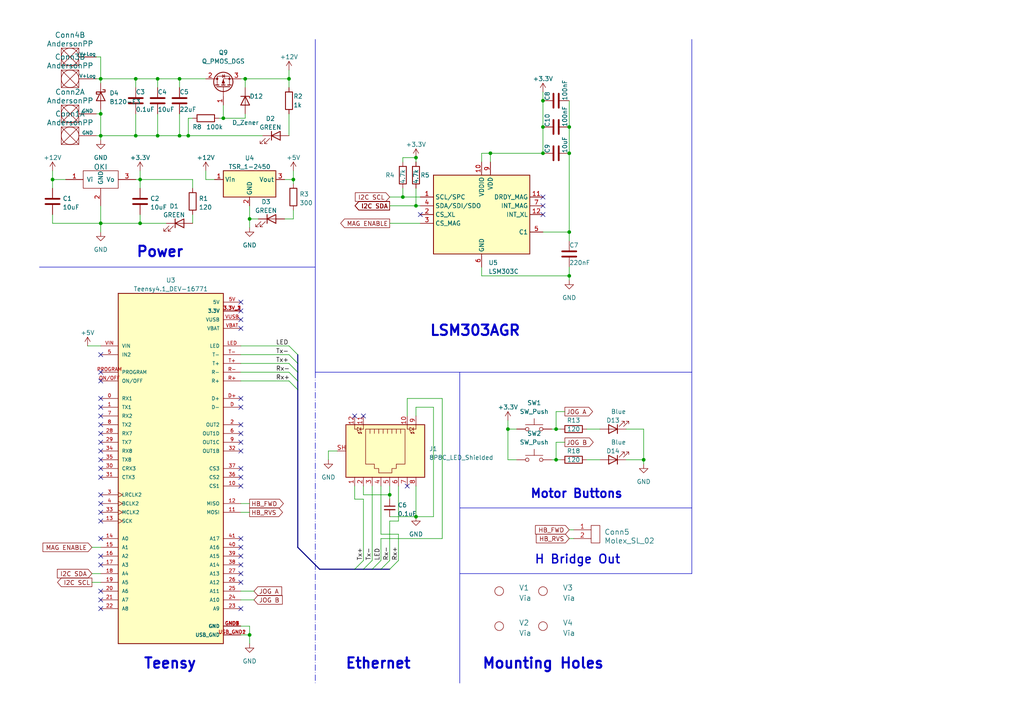
<source format=kicad_sch>
(kicad_sch (version 20230121) (generator eeschema)
  (paper "A4")
  (lib_symbols
    (symbol "Connector:8P8C_LED_Shielded" (pin_names (offset 1.016))
      (property "Reference" "J" (at -5.08 13.97 0))
      (property "Value" "8P8C_LED_Shielded" (at 1.27 13.97 0))
      (symbol "8P8C_LED_Shielded_0_1"
        (polyline (pts (xy -7.62 -7.62) (xy -6.35 -7.62)))
        (polyline (pts (xy -7.62 -5.08) (xy -6.35 -5.08)))
        (polyline (pts (xy -7.62 7.62) (xy -6.35 7.62)))
        (polyline (pts (xy -7.62 10.16) (xy -6.35 10.16)))
        (polyline (pts (xy -6.858 -5.842) (xy -5.842 -5.842)))
        (polyline (pts (xy -6.858 9.398) (xy -5.842 9.398)))
        (polyline (pts (xy -6.35 -7.62) (xy -6.35 -6.858)))
        (polyline (pts (xy -6.35 -5.08) (xy -6.35 -5.842)))
        (polyline (pts (xy -6.35 7.62) (xy -6.35 8.382)))
        (polyline (pts (xy -6.35 10.16) (xy -6.35 9.398)))
        (polyline (pts (xy -5.08 -6.223) (xy -5.207 -6.604)))
        (polyline (pts (xy -5.08 -5.588) (xy -5.207 -5.969)))
        (polyline (pts (xy -5.08 4.445) (xy -6.35 4.445)))
        (polyline (pts (xy -5.08 5.715) (xy -6.35 5.715)))
        (polyline (pts (xy -5.08 9.017) (xy -5.207 8.636)))
        (polyline (pts (xy -5.08 9.652) (xy -5.207 9.271)))
        (polyline (pts (xy -6.35 -3.175) (xy -5.08 -3.175) (xy -5.08 -3.175)))
        (polyline (pts (xy -6.35 -1.905) (xy -5.08 -1.905) (xy -5.08 -1.905)))
        (polyline (pts (xy -6.35 -0.635) (xy -5.08 -0.635) (xy -5.08 -0.635)))
        (polyline (pts (xy -6.35 0.635) (xy -5.08 0.635) (xy -5.08 0.635)))
        (polyline (pts (xy -6.35 1.905) (xy -5.08 1.905) (xy -5.08 1.905)))
        (polyline (pts (xy -5.588 -6.731) (xy -5.08 -6.223) (xy -5.461 -6.35)))
        (polyline (pts (xy -5.588 -6.096) (xy -5.08 -5.588) (xy -5.461 -5.715)))
        (polyline (pts (xy -5.588 8.509) (xy -5.08 9.017) (xy -5.461 8.89)))
        (polyline (pts (xy -5.588 9.144) (xy -5.08 9.652) (xy -5.461 9.525)))
        (polyline (pts (xy -5.08 3.175) (xy -6.35 3.175) (xy -6.35 3.175)))
        (polyline (pts (xy -6.35 -5.842) (xy -6.858 -6.858) (xy -5.842 -6.858) (xy -6.35 -5.842)))
        (polyline (pts (xy -6.35 9.398) (xy -6.858 8.382) (xy -5.842 8.382) (xy -6.35 9.398)))
        (polyline (pts (xy -6.35 -4.445) (xy -6.35 6.985) (xy 3.81 6.985) (xy 3.81 4.445) (xy 5.08 4.445) (xy 5.08 3.175) (xy 6.35 3.175) (xy 6.35 -0.635) (xy 5.08 -0.635) (xy 5.08 -1.905) (xy 3.81 -1.905) (xy 3.81 -4.445) (xy -6.35 -4.445) (xy -6.35 -4.445)))
        (rectangle (start 7.62 12.7) (end -7.62 -10.16) (stroke (width 0.254)) (fill (type background)))
      )
      (symbol "8P8C_LED_Shielded_1_1"
        (pin passive line (at 10.16 -7.62 180) (length 2.54) (name "~") (number "1"))
        (pin passive line (at -10.16 7.62 0) (length 2.54) (name "~") (number "10"))
        (pin passive line (at -10.16 -5.08 0) (length 2.54) (name "~") (number "11"))
        (pin passive line (at -10.16 -7.62 0) (length 2.54) (name "~") (number "12"))
        (pin passive line (at 10.16 -5.08 180) (length 2.54) (name "~") (number "2"))
        (pin passive line (at 10.16 -2.54 180) (length 2.54) (name "~") (number "3"))
        (pin passive line (at 10.16 0 180) (length 2.54) (name "~") (number "4"))
        (pin passive line (at 10.16 2.54 180) (length 2.54) (name "~") (number "5"))
        (pin passive line (at 10.16 5.08 180) (length 2.54) (name "~") (number "6"))
        (pin passive line (at 10.16 7.62 180) (length 2.54) (name "~") (number "7"))
        (pin passive line (at 10.16 10.16 180) (length 2.54) (name "~") (number "8"))
        (pin passive line (at -10.16 10.16 0) (length 2.54) (name "~") (number "9"))
        (pin passive line (at 0 -12.7 90) (length 2.54) (name "~") (number "SH"))
      )
    )
    (symbol "Device:C" (pin_numbers hide) (pin_names (offset 0.254))
      (property "Reference" "C" (at 0.635 2.54 0))
      (property "Value" "C" (at 0.635 -2.54 0))
      (symbol "C_0_1"
        (polyline (pts (xy -2.032 -0.762) (xy 2.032 -0.762)) (stroke (width 0.508)))
        (polyline (pts (xy -2.032 0.762) (xy 2.032 0.762)) (stroke (width 0.508)))
      )
      (symbol "C_1_1"
        (pin passive line (at 0 3.81 270) (length 2.794) (name "~") (number "1"))
        (pin passive line (at 0 -3.81 90) (length 2.794) (name "~") (number "2"))
      )
    )
    (symbol "Device:C_Small" (pin_numbers hide) (pin_names (offset 0.254) hide)
      (property "Reference" "C" (at 0.254 1.778 0))
      (property "Value" "C_Small" (at 0.254 -2.032 0))
      (symbol "C_Small_0_1"
        (polyline (pts (xy -1.524 -0.508) (xy 1.524 -0.508)) (stroke (width 0.3302)))
        (polyline (pts (xy -1.524 0.508) (xy 1.524 0.508)) (stroke (width 0.3048)))
      )
      (symbol "C_Small_1_1"
        (pin passive line (at 0 2.54 270) (length 2.032) (name "~") (number "1"))
        (pin passive line (at 0 -2.54 90) (length 2.032) (name "~") (number "2"))
      )
    )
    (symbol "Device:D_Zener" (pin_numbers hide) (pin_names (offset 1.016) hide)
      (property "Reference" "D" (at 0 2.54 0))
      (property "Value" "D_Zener" (at 0 -2.54 0))
      (symbol "D_Zener_0_1"
        (polyline (pts (xy 1.27 0) (xy -1.27 0)))
        (polyline (pts (xy -1.27 -1.27) (xy -1.27 1.27) (xy -0.762 1.27)) (stroke (width 0.254)))
        (polyline (pts (xy 1.27 -1.27) (xy 1.27 1.27) (xy -1.27 0) (xy 1.27 -1.27)) (stroke (width 0.254)))
      )
      (symbol "D_Zener_1_1"
        (pin passive line (at -3.81 0 0) (length 2.54) (name "K") (number "1"))
        (pin passive line (at 3.81 0 180) (length 2.54) (name "A") (number "2"))
      )
    )
    (symbol "Device:LED" (pin_numbers hide) (pin_names (offset 1.016) hide)
      (property "Reference" "D" (at 0 2.54 0))
      (property "Value" "LED" (at 0 -2.54 0))
      (symbol "LED_0_1"
        (polyline (pts (xy -1.27 -1.27) (xy -1.27 1.27)) (stroke (width 0.254)))
        (polyline (pts (xy -1.27 0) (xy 1.27 0)))
        (polyline (pts (xy 1.27 -1.27) (xy 1.27 1.27) (xy -1.27 0) (xy 1.27 -1.27)) (stroke (width 0.254)))
        (polyline (pts (xy -3.048 -0.762) (xy -4.572 -2.286) (xy -3.81 -2.286) (xy -4.572 -2.286) (xy -4.572 -1.524)))
        (polyline (pts (xy -1.778 -0.762) (xy -3.302 -2.286) (xy -2.54 -2.286) (xy -3.302 -2.286) (xy -3.302 -1.524)))
      )
      (symbol "LED_1_1"
        (pin passive line (at -3.81 0 0) (length 2.54) (name "K") (number "1"))
        (pin passive line (at 3.81 0 180) (length 2.54) (name "A") (number "2"))
      )
    )
    (symbol "Device:Q_PMOS_GDS" (pin_names (offset 0) hide)
      (property "Reference" "Q" (at 5.08 1.27 0))
      (property "Value" "Q_PMOS_GDS" (at 5.08 -1.27 0))
      (symbol "Q_PMOS_GDS_0_1"
        (polyline (pts (xy 0.254 0) (xy -2.54 0)))
        (polyline (pts (xy 0.254 1.905) (xy 0.254 -1.905)) (stroke (width 0.254)))
        (polyline (pts (xy 0.762 -1.27) (xy 0.762 -2.286)) (stroke (width 0.254)))
        (polyline (pts (xy 0.762 0.508) (xy 0.762 -0.508)) (stroke (width 0.254)))
        (polyline (pts (xy 0.762 2.286) (xy 0.762 1.27)) (stroke (width 0.254)))
        (polyline (pts (xy 2.54 2.54) (xy 2.54 1.778)))
        (polyline (pts (xy 2.54 -2.54) (xy 2.54 0) (xy 0.762 0)))
        (polyline (pts (xy 0.762 1.778) (xy 3.302 1.778) (xy 3.302 -1.778) (xy 0.762 -1.778)))
        (polyline (pts (xy 2.286 0) (xy 1.27 0.381) (xy 1.27 -0.381) (xy 2.286 0)) (fill (type outline)))
        (polyline (pts (xy 2.794 -0.508) (xy 2.921 -0.381) (xy 3.683 -0.381) (xy 3.81 -0.254)))
        (polyline (pts (xy 3.302 -0.381) (xy 2.921 0.254) (xy 3.683 0.254) (xy 3.302 -0.381)))
        (circle (center 1.651 0) (radius 2.794) (stroke (width 0.254)))
        (circle (center 2.54 -1.778) (radius 0.254) (fill (type outline)))
        (circle (center 2.54 1.778) (radius 0.254) (fill (type outline)))
      )
      (symbol "Q_PMOS_GDS_1_1"
        (pin input line (at -5.08 0 0) (length 2.54) (name "G") (number "1"))
        (pin passive line (at 2.54 5.08 270) (length 2.54) (name "D") (number "2"))
        (pin passive line (at 2.54 -5.08 90) (length 2.54) (name "S") (number "3"))
      )
    )
    (symbol "Device:R" (pin_numbers hide) (pin_names (offset 0))
      (property "Reference" "R" (at 2.032 0 90))
      (property "Value" "R" (at 0 0 90))
      (symbol "R_0_1"
        (rectangle (start -1.016 -2.54) (end 1.016 2.54) (stroke (width 0.254)))
      )
      (symbol "R_1_1"
        (pin passive line (at 0 3.81 270) (length 1.27) (name "~") (number "1"))
        (pin passive line (at 0 -3.81 90) (length 1.27) (name "~") (number "2"))
      )
    )
    (symbol "Diode:B120-E3" (pin_numbers hide) (pin_names hide)
      (property "Reference" "D" (at 0 2.54 0))
      (property "Value" "B120-E3" (at 0 -2.54 0))
      (symbol "B120-E3_0_1"
        (polyline (pts (xy 1.27 0) (xy -1.27 0)))
        (polyline (pts (xy 1.27 1.27) (xy 1.27 -1.27) (xy -1.27 0) (xy 1.27 1.27)) (stroke (width 0.254)))
        (polyline (pts (xy -1.905 0.635) (xy -1.905 1.27) (xy -1.27 1.27) (xy -1.27 -1.27) (xy -0.635 -1.27) (xy -0.635 -0.635)) (stroke (width 0.254)))
      )
      (symbol "B120-E3_1_1"
        (pin passive line (at -3.81 0 0) (length 2.54) (name "K") (number "1"))
        (pin passive line (at 3.81 0 180) (length 2.54) (name "A") (number "2"))
      )
    )
    (symbol "MRDT_Connectors:AndersonPP" (pin_numbers hide) (pin_names (offset 0))
      (property "Reference" "Conn" (at 3.81 -1.27 0))
      (property "Value" "AndersonPP" (at 2.54 6.35 0))
      (symbol "AndersonPP_0_1"
        (polyline (pts (xy 0 5.08) (xy 5.08 0)))
        (polyline (pts (xy 5.08 5.08) (xy 0 0)))
        (rectangle (start 0 0) (end 5.08 5.08))
        (circle (center 2.54 2.54) (radius 2.54))
      )
      (symbol "AndersonPP_1_1"
        (pin input line (at 10.16 2.54 180) (length 5.08) (name "GND") (number "1"))
      )
      (symbol "AndersonPP_2_1"
        (pin input line (at 10.16 2.54 180) (length 5.08) (name "V+Log") (number "2"))
      )
      (symbol "AndersonPP_3_1"
        (pin input line (at 10.16 2.54 180) (length 5.08) (name "V+Act") (number "3"))
      )
      (symbol "AndersonPP_4_1"
        (pin input line (at 10.16 2.54 180) (length 5.08) (name "PV+") (number "4"))
      )
      (symbol "AndersonPP_5_1"
        (pin input line (at 10.16 2.54 180) (length 5.08) (name "~") (number "1"))
      )
    )
    (symbol "MRDT_Connectors:Molex_SL_02" (pin_names (offset 1.016))
      (property "Reference" "Conn" (at 3.81 -1.27 0))
      (property "Value" "Molex_SL_02" (at 1.27 6.35 0))
      (symbol "Molex_SL_02_0_1"
        (rectangle (start 0 5.08) (end 2.54 0))
      )
      (symbol "Molex_SL_02_1_1"
        (pin input line (at -5.08 3.81 0) (length 5.08) (name "~") (number "1"))
        (pin input line (at -5.08 1.27 0) (length 5.08) (name "~") (number "2"))
      )
    )
    (symbol "MRDT_Devices:OKI" (pin_names (offset 1.016))
      (property "Value" "OKI" (at 5.08 6.35 0))
      (symbol "OKI_0_1"
        (rectangle (start 0 0) (end 10.16 5.08))
      )
      (symbol "OKI_1_1"
        (pin input line (at -5.08 2.54 0) (length 5.08) (name "Vi") (number "1"))
        (pin output line (at 5.08 -5.08 90) (length 5.08) (name "GND") (number "2"))
        (pin output line (at 15.24 2.54 180) (length 5.08) (name "Vo") (number "3"))
      )
    )
    (symbol "MRDT_Drill_Holes:Via" (pin_names (offset 1.016))
      (property "Reference" "V" (at 0 -2.54 0))
      (property "Value" "Via" (at 0 2.54 0))
      (symbol "Via_0_1"
        (circle (center 0 0) (radius 1.27))
      )
      (symbol "Via_1_1"
        (pin input line (at 0 0 0) (length 5.08) hide (name "~") (number "1"))
      )
    )
    (symbol "MRDT_Shields:Teensy4.1_DEV-16771" (pin_names (offset 1.016))
      (property "Reference" "U" (at -15.24 52.07 0))
      (property "Value" "Teensy4.1_DEV-16771" (at -15.24 -53.34 0))
      (symbol "Teensy4.1_DEV-16771_0_0"
        (rectangle (start -15.24 -50.8) (end 15.24 50.8) (stroke (width 0.254)) (fill (type background)))
        (pin bidirectional line (at -20.32 20.32 0) (length 5.08) (name "RX1") (number "0"))
        (pin bidirectional line (at -20.32 17.78 0) (length 5.08) (name "TX1") (number "1"))
        (pin bidirectional line (at 20.32 -5.08 180) (length 5.08) (name "CS1") (number "10"))
        (pin bidirectional line (at 20.32 -12.7 180) (length 5.08) (name "MOSI") (number "11"))
        (pin bidirectional line (at 20.32 -10.16 180) (length 5.08) (name "MISO") (number "12"))
        (pin bidirectional clock (at -20.32 -15.24 0) (length 5.08) (name "SCK") (number "13"))
        (pin bidirectional line (at -20.32 -20.32 0) (length 5.08) (name "A0") (number "14"))
        (pin bidirectional line (at -20.32 -22.86 0) (length 5.08) (name "A1") (number "15"))
        (pin bidirectional line (at -20.32 -25.4 0) (length 5.08) (name "A2") (number "16"))
        (pin bidirectional line (at -20.32 -27.94 0) (length 5.08) (name "A3") (number "17"))
        (pin bidirectional line (at -20.32 -30.48 0) (length 5.08) (name "A4") (number "18"))
        (pin bidirectional line (at -20.32 -33.02 0) (length 5.08) (name "A5") (number "19"))
        (pin output line (at 20.32 12.7 180) (length 5.08) (name "OUT2") (number "2"))
        (pin bidirectional line (at -20.32 -35.56 0) (length 5.08) (name "A6") (number "20"))
        (pin bidirectional line (at -20.32 -38.1 0) (length 5.08) (name "A7") (number "21"))
        (pin bidirectional line (at -20.32 -40.64 0) (length 5.08) (name "A8") (number "22"))
        (pin bidirectional line (at 20.32 -40.64 180) (length 5.08) (name "A9") (number "23"))
        (pin bidirectional line (at 20.32 -38.1 180) (length 5.08) (name "A10") (number "24"))
        (pin bidirectional line (at 20.32 -35.56 180) (length 5.08) (name "A11") (number "25"))
        (pin bidirectional line (at 20.32 -33.02 180) (length 5.08) (name "A12") (number "26"))
        (pin bidirectional line (at 20.32 -30.48 180) (length 5.08) (name "A13") (number "27"))
        (pin bidirectional line (at -20.32 10.16 0) (length 5.08) (name "RX7") (number "28"))
        (pin bidirectional line (at -20.32 7.62 0) (length 5.08) (name "TX7") (number "29"))
        (pin bidirectional clock (at -20.32 -7.62 0) (length 5.08) (name "LRCLK2") (number "3"))
        (pin power_in line (at 20.32 45.72 180) (length 5.08) (name "3.3V") (number "3.3V_1"))
        (pin power_in line (at 20.32 45.72 180) (length 5.08) (name "3.3V") (number "3.3V_2"))
        (pin power_in line (at 20.32 45.72 180) (length 5.08) (name "3.3V") (number "3.3V_3"))
        (pin bidirectional line (at -20.32 0 0) (length 5.08) (name "CRX3") (number "30"))
        (pin bidirectional line (at -20.32 -2.54 0) (length 5.08) (name "CTX3") (number "31"))
        (pin output line (at 20.32 5.08 180) (length 5.08) (name "OUT1B") (number "32"))
        (pin bidirectional clock (at -20.32 -12.7 0) (length 5.08) (name "MCLK2") (number "33"))
        (pin bidirectional line (at -20.32 5.08 0) (length 5.08) (name "RX8") (number "34"))
        (pin bidirectional line (at -20.32 2.54 0) (length 5.08) (name "TX8") (number "35"))
        (pin bidirectional line (at 20.32 -2.54 180) (length 5.08) (name "CS2") (number "36"))
        (pin bidirectional line (at 20.32 0 180) (length 5.08) (name "CS3") (number "37"))
        (pin bidirectional line (at 20.32 -27.94 180) (length 5.08) (name "A14") (number "38"))
        (pin bidirectional line (at 20.32 -25.4 180) (length 5.08) (name "A15") (number "39"))
        (pin bidirectional clock (at -20.32 -10.16 0) (length 5.08) (name "BCLK2") (number "4"))
        (pin bidirectional line (at 20.32 -22.86 180) (length 5.08) (name "A16") (number "40"))
        (pin bidirectional line (at 20.32 -20.32 180) (length 5.08) (name "A17") (number "41"))
        (pin bidirectional line (at -20.32 33.02 0) (length 5.08) (name "IN2") (number "5"))
        (pin power_in line (at 20.32 48.26 180) (length 5.08) (name "5V") (number "5V"))
        (pin output line (at 20.32 10.16 180) (length 5.08) (name "OUT1D") (number "6"))
        (pin bidirectional line (at -20.32 15.24 0) (length 5.08) (name "RX2") (number "7"))
        (pin bidirectional line (at -20.32 12.7 0) (length 5.08) (name "TX2") (number "8"))
        (pin output line (at 20.32 7.62 180) (length 5.08) (name "OUT1C") (number "9"))
        (pin bidirectional line (at 20.32 17.78 180) (length 5.08) (name "D-") (number "D"))
        (pin bidirectional line (at 20.32 20.32 180) (length 5.08) (name "D+") (number "D+"))
        (pin power_in line (at 20.32 -45.72 180) (length 5.08) (name "GND") (number "GND1"))
        (pin power_in line (at 20.32 -45.72 180) (length 5.08) (name "GND") (number "GND2"))
        (pin power_in line (at 20.32 -45.72 180) (length 5.08) (name "GND") (number "GND3"))
        (pin power_in line (at 20.32 -45.72 180) (length 5.08) (name "GND") (number "GND4"))
        (pin power_in line (at 20.32 -45.72 180) (length 5.08) (name "GND") (number "GND5"))
        (pin bidirectional line (at 20.32 35.56 180) (length 5.08) (name "LED") (number "LED"))
        (pin bidirectional line (at -20.32 25.4 0) (length 5.08) (name "ON/OFF") (number "ON/OFF"))
        (pin bidirectional line (at -20.32 27.94 0) (length 5.08) (name "PROGRAM") (number "PROGRAM"))
        (pin bidirectional line (at 20.32 25.4 180) (length 5.08) (name "R+") (number "R+"))
        (pin bidirectional line (at 20.32 27.94 180) (length 5.08) (name "R-") (number "R-"))
        (pin bidirectional line (at 20.32 30.48 180) (length 5.08) (name "T+") (number "T+"))
        (pin bidirectional line (at 20.32 33.02 180) (length 5.08) (name "T-") (number "T-"))
        (pin power_in line (at 20.32 -48.26 180) (length 5.08) (name "USB_GND") (number "USB_GND1"))
        (pin power_in line (at 20.32 -48.26 180) (length 5.08) (name "USB_GND") (number "USB_GND2"))
        (pin passive line (at 20.32 40.64 180) (length 5.08) (name "VBAT") (number "VBAT"))
        (pin input line (at -20.32 35.56 0) (length 5.08) (name "VIN") (number "VIN"))
        (pin passive line (at 20.32 43.18 180) (length 5.08) (name "VUSB") (number "VUSB"))
      )
    )
    (symbol "Regulator_Switching:TSR_1-2450"
      (property "Reference" "U" (at -7.62 6.35 0))
      (property "Value" "TSR_1-2450" (at -1.27 6.35 0))
      (symbol "TSR_1-2450_0_1"
        (rectangle (start -7.62 5.08) (end 7.62 -2.54) (stroke (width 0.254)) (fill (type background)))
      )
      (symbol "TSR_1-2450_1_1"
        (pin power_in line (at -10.16 2.54 0) (length 2.54) (name "Vin") (number "1"))
        (pin power_in line (at 0 -5.08 90) (length 2.54) (name "GND") (number "2"))
        (pin power_out line (at 10.16 2.54 180) (length 2.54) (name "Vout") (number "3"))
      )
    )
    (symbol "Sensor_Motion:LSM303C"
      (property "Reference" "U" (at -11.43 15.24 0))
      (property "Value" "LSM303C" (at -5.08 13.97 0))
      (symbol "LSM303C_0_1"
        (rectangle (start 13.97 11.43) (end -13.97 -11.43) (stroke (width 0.254)) (fill (type background)))
      )
      (symbol "LSM303C_1_1"
        (pin input line (at -17.78 5.08 0) (length 3.81) (name "SCL/SPC") (number "1"))
        (pin power_in line (at 0 15.24 270) (length 3.81) (name "VDDIO") (number "10"))
        (pin output line (at 17.78 5.08 180) (length 3.81) (name "DRDY_MAG") (number "11"))
        (pin output line (at 17.78 0 180) (length 3.81) (name "INT_XL") (number "12"))
        (pin input line (at -17.78 0 0) (length 3.81) (name "CS_XL") (number "2"))
        (pin input line (at -17.78 -2.54 0) (length 3.81) (name "CS_MAG") (number "3"))
        (pin bidirectional line (at -17.78 2.54 0) (length 3.81) (name "SDA/SDI/SDO") (number "4"))
        (pin passive line (at 17.78 -5.08 180) (length 3.81) (name "C1") (number "5"))
        (pin power_in line (at 0 -15.24 90) (length 3.81) (name "GND") (number "6"))
        (pin output line (at 17.78 2.54 180) (length 3.81) (name "INT_MAG") (number "7"))
        (pin passive line (at 0 -15.24 90) (length 3.81) hide (name "GND") (number "8"))
        (pin power_in line (at 2.54 15.24 270) (length 3.81) (name "VDD") (number "9"))
      )
    )
    (symbol "Switch:SW_Push" (pin_numbers hide) (pin_names (offset 1.016) hide)
      (property "Reference" "SW" (at 1.27 2.54 0))
      (property "Value" "SW_Push" (at 0 -1.524 0))
      (symbol "SW_Push_0_1"
        (circle (center -2.032 0) (radius 0.508))
        (polyline (pts (xy 0 1.27) (xy 0 3.048)))
        (polyline (pts (xy 2.54 1.27) (xy -2.54 1.27)))
        (circle (center 2.032 0) (radius 0.508))
        (pin passive line (at -5.08 0 0) (length 2.54) (name "1") (number "1"))
        (pin passive line (at 5.08 0 180) (length 2.54) (name "2") (number "2"))
      )
    )
    (symbol "power:+12V" (power) (pin_names (offset 0))
      (property "Value" "+12V" (at 0 3.556 0))
      (symbol "+12V_0_1"
        (polyline (pts (xy -0.762 1.27) (xy 0 2.54)))
        (polyline (pts (xy 0 0) (xy 0 2.54)))
        (polyline (pts (xy 0 2.54) (xy 0.762 1.27)))
      )
      (symbol "+12V_1_1"
        (pin power_in line (at 0 0 90) (length 0) hide (name "+12V") (number "1"))
      )
    )
    (symbol "power:+3.3V" (power) (pin_names (offset 0))
      (property "Value" "+3.3V" (at 0 3.556 0))
      (symbol "+3.3V_0_1"
        (polyline (pts (xy -0.762 1.27) (xy 0 2.54)))
        (polyline (pts (xy 0 0) (xy 0 2.54)))
        (polyline (pts (xy 0 2.54) (xy 0.762 1.27)))
      )
      (symbol "+3.3V_1_1"
        (pin power_in line (at 0 0 90) (length 0) hide (name "+3.3V") (number "1"))
      )
    )
    (symbol "power:+5V" (power) (pin_names (offset 0))
      (property "Value" "+5V" (at 0 3.556 0))
      (symbol "+5V_0_1"
        (polyline (pts (xy -0.762 1.27) (xy 0 2.54)))
        (polyline (pts (xy 0 0) (xy 0 2.54)))
        (polyline (pts (xy 0 2.54) (xy 0.762 1.27)))
      )
      (symbol "+5V_1_1"
        (pin power_in line (at 0 0 90) (length 0) hide (name "+5V") (number "1"))
      )
    )
    (symbol "power:GND" (power) (pin_names (offset 0))
      (property "Value" "GND" (at 0 -3.81 0))
      (symbol "GND_0_1"
        (polyline (pts (xy 0 0) (xy 0 -1.27) (xy 1.27 -1.27) (xy 0 -2.54) (xy -1.27 -1.27) (xy 0 -1.27)))
      )
      (symbol "GND_1_1"
        (pin power_in line (at 0 0 270) (length 0) hide (name "GND") (number "1"))
      )
    )
  )
  (junction (at 29.21 22.86))
  (junction (at 157.48 44.45))
  (junction (at 72.39 63.5))
  (junction (at 120.65 45.72))
  (junction (at 142.24 44.45))
  (junction (at 52.07 39.37))
  (junction (at 157.48 29.21))
  (junction (at 161.29 124.46))
  (junction (at 64.77 34.29))
  (junction (at 116.84 57.15))
  (junction (at 165.1 80.01))
  (junction (at 29.21 33.02))
  (junction (at 165.1 44.45))
  (junction (at 52.07 22.86))
  (junction (at 39.37 22.86))
  (junction (at 54.61 39.37))
  (junction (at 165.1 67.31))
  (junction (at 71.12 22.86))
  (junction (at 40.64 52.07))
  (junction (at 45.72 39.37))
  (junction (at 165.1 36.83))
  (junction (at 161.29 133.35))
  (junction (at 15.24 52.07))
  (junction (at 113.03 143.51))
  (junction (at 83.82 22.86))
  (junction (at 29.21 39.37))
  (junction (at 120.65 149.86))
  (junction (at 39.37 39.37))
  (junction (at 45.72 22.86))
  (junction (at 120.65 59.69))
  (junction (at 72.39 184.15))
  (junction (at 157.48 36.83))
  (junction (at 147.32 124.46))
  (junction (at 186.69 133.35))
  (junction (at 85.09 52.07))
  (junction (at 40.64 64.77))
  (junction (at 29.21 64.77))
  (no_connect (at 29.21 102.87))
  (no_connect (at 29.21 107.95))
  (no_connect (at 29.21 110.49))
  (no_connect (at 29.21 120.65))
  (no_connect (at 29.21 123.19))
  (no_connect (at 29.21 135.89))
  (no_connect (at 29.21 138.43))
  (no_connect (at 29.21 143.51))
  (no_connect (at 29.21 146.05))
  (no_connect (at 29.21 148.59))
  (no_connect (at 29.21 156.21))
  (no_connect (at 29.21 151.13))
  (no_connect (at 29.21 115.57))
  (no_connect (at 29.21 171.45))
  (no_connect (at 29.21 161.29))
  (no_connect (at 69.85 90.17))
  (no_connect (at 29.21 176.53))
  (no_connect (at 121.92 62.23))
  (no_connect (at 157.48 62.23))
  (no_connect (at 69.85 176.53))
  (no_connect (at 29.21 130.81))
  (no_connect (at 29.21 163.83))
  (no_connect (at 157.48 57.15))
  (no_connect (at 29.21 133.35))
  (no_connect (at 157.48 59.69))
  (no_connect (at 118.11 140.97))
  (no_connect (at 29.21 118.11))
  (no_connect (at 69.85 92.71))
  (no_connect (at 69.85 87.63))
  (no_connect (at 69.85 130.81))
  (no_connect (at 69.85 135.89))
  (no_connect (at 69.85 138.43))
  (no_connect (at 69.85 140.97))
  (no_connect (at 69.85 115.57))
  (no_connect (at 69.85 118.11))
  (no_connect (at 69.85 123.19))
  (no_connect (at 69.85 125.73))
  (no_connect (at 69.85 128.27))
  (no_connect (at 69.85 95.25))
  (no_connect (at 69.85 156.21))
  (no_connect (at 69.85 163.83))
  (no_connect (at 69.85 166.37))
  (no_connect (at 69.85 168.91))
  (no_connect (at 69.85 158.75))
  (no_connect (at 69.85 161.29))
  (no_connect (at 29.21 173.99))
  (no_connect (at 29.21 125.73))
  (no_connect (at 29.21 128.27))
  (no_connect (at 102.87 120.65))
  (no_connect (at 105.41 120.65))
  (bus_entry (at 110.49 165.1) (size 2.54 -2.54))
  (bus_entry (at 86.36 105.41) (size -2.54 -2.54))
  (bus_entry (at 113.03 165.1) (size 2.54 -2.54))
  (bus_entry (at 86.36 107.95) (size -2.54 -2.54))
  (bus_entry (at 86.36 113.03) (size -2.54 -2.54))
  (bus_entry (at 107.95 165.1) (size 2.54 -2.54))
  (bus_entry (at 102.87 165.1) (size 2.54 -2.54))
  (bus_entry (at 86.36 110.49) (size -2.54 -2.54))
  (bus_entry (at 105.41 165.1) (size 2.54 -2.54))
  (bus_entry (at 86.36 102.87) (size -2.54 -2.54))
  (wire (pts (xy 120.65 120.65) (xy 120.65 118.11)))
  (polyline (pts (xy 200.66 107.95) (xy 200.66 166.37)))
  (wire (pts (xy 161.29 119.38) (xy 163.83 119.38)))
  (wire (pts (xy 40.64 62.23) (xy 40.64 64.77)))
  (wire (pts (xy 52.07 33.02) (xy 52.07 39.37)))
  (wire (pts (xy 54.61 39.37) (xy 76.2 39.37)))
  (wire (pts (xy 165.1 153.67) (xy 166.37 153.67)))
  (wire (pts (xy 15.24 52.07) (xy 15.24 54.61)))
  (wire (pts (xy 110.49 154.94) (xy 115.57 154.94)))
  (bus (pts (xy 86.36 105.41) (xy 86.36 107.95)))
  (wire (pts (xy 165.1 36.83) (xy 165.1 44.45)))
  (wire (pts (xy 52.07 39.37) (xy 54.61 39.37)))
  (wire (pts (xy 15.24 64.77) (xy 29.21 64.77)))
  (bus (pts (xy 102.87 165.1) (xy 105.41 165.1)))
  (wire (pts (xy 64.77 34.29) (xy 71.12 34.29)))
  (polyline (pts (xy 133.35 107.95) (xy 133.35 111.76)))
  (wire (pts (xy 27.94 39.37) (xy 29.21 39.37)))
  (wire (pts (xy 165.1 67.31) (xy 165.1 69.85)))
  (wire (pts (xy 95.25 130.81) (xy 97.79 130.81)))
  (wire (pts (xy 72.39 63.5) (xy 74.93 63.5)))
  (wire (pts (xy 69.85 107.95) (xy 83.82 107.95)))
  (wire (pts (xy 181.61 133.35) (xy 186.69 133.35)))
  (wire (pts (xy 170.18 124.46) (xy 173.99 124.46)))
  (wire (pts (xy 165.1 44.45) (xy 165.1 67.31)))
  (wire (pts (xy 120.65 59.69) (xy 121.92 59.69)))
  (wire (pts (xy 105.41 144.78) (xy 105.41 162.56)))
  (bus (pts (xy 105.41 165.1) (xy 107.95 165.1)))
  (wire (pts (xy 107.95 140.97) (xy 107.95 162.56)))
  (polyline (pts (xy 91.44 107.95) (xy 133.35 107.95)))
  (wire (pts (xy 71.12 22.86) (xy 83.82 22.86)))
  (wire (pts (xy 85.09 52.07) (xy 85.09 53.34)))
  (wire (pts (xy 72.39 59.69) (xy 72.39 63.5)))
  (wire (pts (xy 157.48 36.83) (xy 157.48 44.45)))
  (wire (pts (xy 55.88 54.61) (xy 55.88 52.07)))
  (wire (pts (xy 40.64 52.07) (xy 55.88 52.07)))
  (wire (pts (xy 120.65 149.86) (xy 120.65 140.97)))
  (wire (pts (xy 83.82 20.32) (xy 83.82 22.86)))
  (wire (pts (xy 63.5 34.29) (xy 64.77 34.29)))
  (polyline (pts (xy 91.44 57.15) (xy 91.44 11.43)))
  (bus (pts (xy 86.36 107.95) (xy 86.36 110.49)))
  (wire (pts (xy 45.72 33.02) (xy 45.72 39.37)))
  (wire (pts (xy 83.82 25.4) (xy 83.82 22.86)))
  (bus (pts (xy 107.95 165.1) (xy 110.49 165.1)))
  (wire (pts (xy 29.21 64.77) (xy 40.64 64.77)))
  (wire (pts (xy 110.49 140.97) (xy 110.49 154.94)))
  (wire (pts (xy 116.84 45.72) (xy 120.65 45.72)))
  (wire (pts (xy 149.86 124.46) (xy 147.32 124.46)))
  (wire (pts (xy 116.84 57.15) (xy 121.92 57.15)))
  (wire (pts (xy 165.1 156.21) (xy 166.37 156.21)))
  (wire (pts (xy 113.03 57.15) (xy 116.84 57.15)))
  (wire (pts (xy 39.37 22.86) (xy 39.37 25.4)))
  (wire (pts (xy 69.85 100.33) (xy 83.82 100.33)))
  (wire (pts (xy 186.69 134.62) (xy 186.69 133.35)))
  (bus (pts (xy 86.36 110.49) (xy 86.36 113.03)))
  (wire (pts (xy 82.55 63.5) (xy 85.09 63.5)))
  (polyline (pts (xy 11.43 77.47) (xy 91.44 77.47)))
  (wire (pts (xy 71.12 34.29) (xy 71.12 33.02)))
  (wire (pts (xy 102.87 144.78) (xy 105.41 144.78)))
  (wire (pts (xy 120.65 45.72) (xy 120.65 46.99)))
  (wire (pts (xy 29.21 40.64) (xy 29.21 39.37)))
  (wire (pts (xy 39.37 52.07) (xy 40.64 52.07)))
  (wire (pts (xy 139.7 77.47) (xy 139.7 80.01)))
  (wire (pts (xy 26.67 166.37) (xy 29.21 166.37)))
  (wire (pts (xy 39.37 33.02) (xy 39.37 39.37)))
  (wire (pts (xy 45.72 39.37) (xy 52.07 39.37)))
  (wire (pts (xy 118.11 115.57) (xy 128.27 115.57)))
  (wire (pts (xy 165.1 29.21) (xy 165.1 36.83)))
  (wire (pts (xy 161.29 124.46) (xy 162.56 124.46)))
  (wire (pts (xy 161.29 133.35) (xy 161.29 128.27)))
  (bus (pts (xy 86.36 158.75) (xy 92.71 165.1)))
  (wire (pts (xy 59.69 49.53) (xy 59.69 52.07)))
  (wire (pts (xy 161.29 133.35) (xy 162.56 133.35)))
  (wire (pts (xy 170.18 133.35) (xy 173.99 133.35)))
  (wire (pts (xy 29.21 22.86) (xy 29.21 24.13)))
  (wire (pts (xy 27.94 16.51) (xy 29.21 16.51)))
  (wire (pts (xy 113.03 151.13) (xy 115.57 151.13)))
  (wire (pts (xy 128.27 156.21) (xy 110.49 156.21)))
  (wire (pts (xy 85.09 49.53) (xy 85.09 52.07)))
  (wire (pts (xy 161.29 128.27) (xy 163.83 128.27)))
  (wire (pts (xy 72.39 146.05) (xy 69.85 146.05)))
  (wire (pts (xy 105.41 143.51) (xy 113.03 143.51)))
  (wire (pts (xy 72.39 184.15) (xy 72.39 181.61)))
  (wire (pts (xy 29.21 16.51) (xy 29.21 22.86)))
  (wire (pts (xy 139.7 80.01) (xy 165.1 80.01)))
  (polyline (pts (xy 91.44 107.95) (xy 91.44 198.12)) (stroke (width 0) (type dash_dot)))
  (wire (pts (xy 120.65 54.61) (xy 120.65 59.69)))
  (wire (pts (xy 26.67 168.91) (xy 29.21 168.91)))
  (wire (pts (xy 72.39 63.5) (xy 72.39 66.04)))
  (wire (pts (xy 19.05 52.07) (xy 15.24 52.07)))
  (wire (pts (xy 59.69 52.07) (xy 62.23 52.07)))
  (wire (pts (xy 40.64 52.07) (xy 40.64 54.61)))
  (polyline (pts (xy 200.66 11.43) (xy 200.66 107.95)))
  (wire (pts (xy 45.72 22.86) (xy 45.72 25.4)))
  (wire (pts (xy 27.94 22.86) (xy 29.21 22.86)))
  (wire (pts (xy 116.84 46.99) (xy 116.84 45.72)))
  (wire (pts (xy 120.65 118.11) (xy 125.73 118.11)))
  (bus (pts (xy 110.49 165.1) (xy 113.03 165.1)))
  (wire (pts (xy 142.24 44.45) (xy 157.48 44.45)))
  (wire (pts (xy 160.02 133.35) (xy 161.29 133.35)))
  (wire (pts (xy 83.82 39.37) (xy 83.82 33.02)))
  (wire (pts (xy 181.61 124.46) (xy 186.69 124.46)))
  (wire (pts (xy 113.03 64.77) (xy 121.92 64.77)))
  (polyline (pts (xy 200.66 107.95) (xy 133.35 107.95)))
  (wire (pts (xy 115.57 154.94) (xy 115.57 162.56)))
  (wire (pts (xy 69.85 110.49) (xy 83.82 110.49)))
  (wire (pts (xy 72.39 181.61) (xy 69.85 181.61)))
  (wire (pts (xy 165.1 80.01) (xy 165.1 81.28)))
  (wire (pts (xy 39.37 39.37) (xy 45.72 39.37)))
  (wire (pts (xy 147.32 124.46) (xy 147.32 133.35)))
  (wire (pts (xy 69.85 102.87) (xy 83.82 102.87)))
  (wire (pts (xy 69.85 105.41) (xy 83.82 105.41)))
  (wire (pts (xy 40.64 64.77) (xy 48.26 64.77)))
  (bus (pts (xy 92.71 165.1) (xy 102.87 165.1)))
  (wire (pts (xy 55.88 62.23) (xy 55.88 64.77)))
  (wire (pts (xy 72.39 184.15) (xy 69.85 184.15)))
  (wire (pts (xy 147.32 121.92) (xy 147.32 124.46)))
  (wire (pts (xy 25.4 100.33) (xy 29.21 100.33)))
  (wire (pts (xy 40.64 49.53) (xy 40.64 52.07)))
  (wire (pts (xy 125.73 118.11) (xy 125.73 149.86)))
  (wire (pts (xy 110.49 156.21) (xy 110.49 162.56)))
  (wire (pts (xy 27.94 33.02) (xy 29.21 33.02)))
  (wire (pts (xy 69.85 173.99) (xy 73.66 173.99)))
  (wire (pts (xy 69.85 171.45) (xy 73.66 171.45)))
  (wire (pts (xy 139.7 44.45) (xy 139.7 46.99)))
  (wire (pts (xy 139.7 44.45) (xy 142.24 44.45)))
  (polyline (pts (xy 91.44 57.15) (xy 91.44 107.95)))
  (wire (pts (xy 29.21 31.75) (xy 29.21 33.02)))
  (wire (pts (xy 125.73 149.86) (xy 120.65 149.86)))
  (wire (pts (xy 102.87 140.97) (xy 102.87 144.78)))
  (wire (pts (xy 15.24 62.23) (xy 15.24 64.77)))
  (wire (pts (xy 72.39 186.69) (xy 72.39 184.15)))
  (wire (pts (xy 118.11 120.65) (xy 118.11 115.57)))
  (wire (pts (xy 113.03 151.13) (xy 113.03 162.56)))
  (wire (pts (xy 157.48 26.67) (xy 157.48 29.21)))
  (bus (pts (xy 86.36 102.87) (xy 86.36 105.41)))
  (wire (pts (xy 113.03 149.86) (xy 120.65 149.86)))
  (wire (pts (xy 39.37 22.86) (xy 45.72 22.86)))
  (wire (pts (xy 113.03 143.51) (xy 113.03 140.97)))
  (wire (pts (xy 52.07 22.86) (xy 52.07 25.4)))
  (wire (pts (xy 128.27 115.57) (xy 128.27 156.21)))
  (wire (pts (xy 71.12 22.86) (xy 71.12 25.4)))
  (wire (pts (xy 115.57 151.13) (xy 115.57 140.97)))
  (wire (pts (xy 113.03 59.69) (xy 120.65 59.69)))
  (wire (pts (xy 29.21 59.69) (xy 29.21 64.77)))
  (polyline (pts (xy 133.35 147.32) (xy 200.66 147.32)))
  (wire (pts (xy 54.61 34.29) (xy 54.61 39.37)))
  (wire (pts (xy 52.07 22.86) (xy 59.69 22.86)))
  (wire (pts (xy 85.09 52.07) (xy 82.55 52.07)))
  (wire (pts (xy 186.69 133.35) (xy 186.69 124.46)))
  (bus (pts (xy 86.36 113.03) (xy 86.36 158.75)))
  (wire (pts (xy 29.21 33.02) (xy 29.21 39.37)))
  (wire (pts (xy 54.61 34.29) (xy 55.88 34.29)))
  (wire (pts (xy 147.32 133.35) (xy 149.86 133.35)))
  (wire (pts (xy 29.21 39.37) (xy 39.37 39.37)))
  (wire (pts (xy 161.29 119.38) (xy 161.29 124.46)))
  (wire (pts (xy 160.02 124.46) (xy 161.29 124.46)))
  (wire (pts (xy 157.48 67.31) (xy 165.1 67.31)))
  (wire (pts (xy 142.24 44.45) (xy 142.24 46.99)))
  (wire (pts (xy 26.67 158.75) (xy 29.21 158.75)))
  (wire (pts (xy 64.77 34.29) (xy 64.77 30.48)))
  (wire (pts (xy 113.03 143.51) (xy 113.03 144.78)))
  (wire (pts (xy 29.21 64.77) (xy 29.21 67.31)))
  (wire (pts (xy 105.41 140.97) (xy 105.41 143.51)))
  (wire (pts (xy 116.84 54.61) (xy 116.84 57.15)))
  (wire (pts (xy 71.12 22.86) (xy 69.85 22.86)))
  (wire (pts (xy 29.21 22.86) (xy 39.37 22.86)))
  (polyline (pts (xy 133.35 166.37) (xy 200.66 166.37)))
  (wire (pts (xy 157.48 29.21) (xy 157.48 36.83)))
  (wire (pts (xy 165.1 77.47) (xy 165.1 80.01)))
  (wire (pts (xy 95.25 133.35) (xy 95.25 130.81)))
  (wire (pts (xy 15.24 49.53) (xy 15.24 52.07)))
  (wire (pts (xy 85.09 63.5) (xy 85.09 60.96)))
  (wire (pts (xy 45.72 22.86) (xy 52.07 22.86)))
  (polyline (pts (xy 133.35 111.76) (xy 133.35 198.12)))
  (wire (pts (xy 72.39 148.59) (xy 69.85 148.59)))
  (text "Motor Buttons" (at 153.67 144.78 0) (effects (font (size 2.5 2.5) (thickness 0.5) bold) (justify left bottom)))
  (text "H Bridge Out" (at 154.94 163.83 0) (effects (font (size 2.5 2.5) (thickness 0.4) bold) (justify left bottom)))
  (text "Ethernet" (at 119.38 194.31 0) (effects (font (size 3 3) bold) (justify right bottom)))
  (text "Mounting Holes" (at 139.7 194.31 0) (effects (font (size 3 3) (thickness 0.6) bold) (justify left bottom)))
  (text "Power" (at 39.37 74.93 0) (effects (font (size 3 3) bold) (justify left bottom)))
  (text "Teensy" (at 57.15 194.31 0) (effects (font (size 3 3) bold) (justify right bottom)))
  (text "LSM303AGR" (at 151.13 97.79 0) (effects (font (size 3 3) bold) (justify right bottom)))
  (label "Rx+" (at 80.01 110.49 0))
  (label "Tx+" (at 105.41 162.56 90))
  (label "LED" (at 80.01 100.33 0))
  (label "Tx+" (at 80.01 105.41 0))
  (label "Rx-" (at 113.03 162.56 90))
  (label "Tx-" (at 107.95 162.56 90))
  (label "LED" (at 110.49 162.56 90))
  (label "Tx-" (at 80.01 102.87 0))
  (label "Rx-" (at 80.01 107.95 0))
  (label "Rx+" (at 115.57 162.56 90))
  (global_label "HB_RVS" (shape output) (at 72.39 148.59 0) (property "Intersheetrefs" "${INTERSHEET_REFS}" (effects hide)))
  (global_label "I2C SDA" (shape output) (at 113.03 59.69 180) (property "Intersheetrefs" "${INTERSHEET_REFS}" (effects hide)))
  (global_label "JOG B" (shape input) (at 73.66 173.99 0) (property "Intersheetrefs" "${INTERSHEET_REFS}" (effects hide)))
  (global_label "HB_FWD" (shape output) (at 72.39 146.05 0) (property "Intersheetrefs" "${INTERSHEET_REFS}" (effects hide)))
  (global_label "HB_RVS" (shape input) (at 165.1 156.21 180) (property "Intersheetrefs" "${INTERSHEET_REFS}" (effects hide)))
  (global_label "I2C SDA" (shape output) (at 113.03 59.69 180) (property "Intersheetrefs" "${INTERSHEET_REFS}" (effects hide)))
  (global_label "JOG A" (shape output) (at 163.83 119.38 0) (property "Intersheetrefs" "${INTERSHEET_REFS}" (effects hide)))
  (global_label "I2C SDA" (shape output) (at 113.03 59.69 180) (property "Intersheetrefs" "${INTERSHEET_REFS}" (effects hide)))
  (global_label "HB_FWD" (shape input) (at 165.1 153.67 180) (property "Intersheetrefs" "${INTERSHEET_REFS}" (effects hide)))
  (global_label "MAG ENABLE" (shape input) (at 26.67 158.75 180) (property "Intersheetrefs" "${INTERSHEET_REFS}" (effects hide)))
  (global_label "I2C SDA" (shape output) (at 113.03 59.69 180) (property "Intersheetrefs" "${INTERSHEET_REFS}" (effects hide)))
  (global_label "JOG A" (shape input) (at 73.66 171.45 0) (property "Intersheetrefs" "${INTERSHEET_REFS}" (effects hide)))
  (global_label "JOG B" (shape output) (at 163.83 128.27 0) (property "Intersheetrefs" "${INTERSHEET_REFS}" (effects hide)))
  (global_label "I2C SCL" (shape output) (at 26.67 168.91 180) (property "Intersheetrefs" "${INTERSHEET_REFS}" (effects hide)))
  (global_label "I2C SCL" (shape input) (at 113.03 57.15 180) (property "Intersheetrefs" "${INTERSHEET_REFS}" (effects hide)))
  (global_label "MAG ENABLE" (shape output) (at 113.03 64.77 180) (property "Intersheetrefs" "${INTERSHEET_REFS}" (effects hide)))
  (global_label "I2C SDA" (shape input) (at 26.67 166.37 180) (property "Intersheetrefs" "${INTERSHEET_REFS}" (effects hide)))
  (symbol (lib_id "power:+12V") (at 83.82 20.32 0) (unit 1)
    (property "Reference" "#PWR013" (effects hide))
    (property "Value" "+12V" (at 83.82 16.51 0))
  )
  (symbol (lib_id "Device:R") (at 166.37 124.46 90) (unit 1)
    (property "Reference" "R13" (at 166.37 121.92 90))
    (property "Value" "120" (at 166.37 124.46 90))
    (property "Footprint" "Resistor_SMD:R_0603_1608Metric_Pad0.98x0.95mm_HandSolder" (effects hide))
  )
  (symbol (lib_id "MRDT_Connectors:AndersonPP") (at 17.78 19.05 0) (unit 2)
    (property "Reference" "Conn4" (at 20.32 10.16 0) (effects (font (size 1.524 1.524))))
    (property "Value" "AndersonPP" (at 20.32 12.7 0) (effects (font (size 1.524 1.524))))
    (property "Footprint" "MRDT_Connectors:Square_Anderson_2_H_Side_By_Side" (effects hide))
  )
  (symbol (lib_id "Device:C") (at 45.72 29.21 0) (unit 1)
    (property "Reference" "C4" (at 45.72 26.67 0) (effects (justify left)))
    (property "Value" "10uF" (at 45.72 31.75 0) (effects (justify left)))
    (property "Footprint" "Capacitor_SMD:C_0603_1608Metric_Pad1.08x0.95mm_HandSolder" (effects hide))
  )
  (symbol (lib_id "MRDT_Connectors:AndersonPP") (at 17.78 35.56 0) (unit 1)
    (property "Reference" "Conn2" (at 20.32 26.67 0) (effects (font (size 1.524 1.524))))
    (property "Value" "AndersonPP" (at 20.32 29.21 0) (effects (font (size 1.524 1.524))))
    (property "Footprint" "MRDT_Connectors:Square_Anderson_2_H_Side_By_Side" (effects hide))
  )
  (symbol (lib_id "Diode:B120-E3") (at 29.21 27.94 270) (unit 1)
    (property "Reference" "D4" (at 31.75 26.9875 90) (effects (justify left)))
    (property "Value" "B120-E3" (at 31.75 29.5275 90) (effects (justify left)))
    (property "Footprint" "Diode_SMD:D_SMA" (effects hide))
    (property "Datasheet" "http://www.vishay.com/docs/88946/b120.pdf" (effects hide))
  )
  (symbol (lib_id "Device:LED") (at 80.01 39.37 0) (unit 1)
    (property "Reference" "D2" (at 78.4225 34.4002 0))
    (property "Value" "GREEN" (at 78.4225 36.9371 0))
    (property "Footprint" "Diode_SMD:D_0603_1608Metric_Pad1.05x0.95mm_HandSolder" (effects hide))
  )
  (symbol (lib_id "Device:R") (at 85.09 57.15 0) (unit 1)
    (property "Reference" "R3" (at 86.868 56.3153 0) (effects (justify left)))
    (property "Value" "300" (at 86.868 58.8522 0) (effects (justify left)))
    (property "Footprint" "Resistor_SMD:R_0603_1608Metric_Pad0.98x0.95mm_HandSolder" (effects hide))
  )
  (symbol (lib_id "Device:C") (at 40.64 58.42 0) (unit 1)
    (property "Reference" "C2" (at 43.561 57.5853 0) (effects (justify left)))
    (property "Value" "10uF" (at 43.561 60.1222 0) (effects (justify left)))
    (property "Footprint" "Capacitor_SMD:C_0603_1608Metric_Pad1.08x0.95mm_HandSolder" (effects hide))
  )
  (symbol (lib_id "power:+3.3V") (at 157.48 26.67 0) (unit 1)
    (property "Reference" "#PWR026" (effects hide))
    (property "Value" "+3.3V" (at 157.48 22.86 0))
  )
  (symbol (lib_id "Switch:SW_Push") (at 154.94 133.35 0) (unit 1)
    (property "Reference" "SW2" (at 154.94 125.73 0))
    (property "Value" "SW_Push" (at 154.94 128.27 0))
    (property "Footprint" "Button_Switch_SMD:SW_SPST_TL3305A" (effects hide))
  )
  (symbol (lib_id "power:GND") (at 186.69 134.62 0) (unit 1)
    (property "Reference" "#PWR010" (effects hide))
    (property "Value" "GND" (at 186.69 139.7 0))
  )
  (symbol (lib_id "MRDT_Connectors:Molex_SL_02") (at 171.45 157.48 0) (unit 1)
    (property "Reference" "Conn5" (at 175.26 154.305 0) (effects (font (size 1.524 1.524)) (justify left)))
    (property "Value" "Molex_SL_02" (at 175.26 156.845 0) (effects (font (size 1.524 1.524)) (justify left)))
    (property "Footprint" "MRDT_Connectors:MOLEX_SL_02_Horizontal" (effects hide))
  )
  (symbol (lib_id "power:GND") (at 29.21 67.31 0) (unit 1)
    (property "Reference" "#PWR07" (effects hide))
    (property "Value" "GND" (at 29.21 72.39 0))
  )
  (symbol (lib_id "power:+12V") (at 59.69 49.53 0) (unit 1)
    (property "Reference" "#PWR012" (effects hide))
    (property "Value" "+12V" (at 59.69 45.72 0))
  )
  (symbol (lib_id "Device:LED") (at 52.07 64.77 0) (unit 1)
    (property "Reference" "D1" (at 50.4825 59.8002 0))
    (property "Value" "GREEN" (at 50.4825 62.3371 0))
    (property "Footprint" "Diode_SMD:D_0603_1608Metric_Pad1.05x0.95mm_HandSolder" (effects hide))
  )
  (symbol (lib_id "MRDT_Drill_Holes:Via") (at 144.78 181.61 0) (unit 1)
    (property "Reference" "V2" (at 150.495 180.6338 0) (effects (font (size 1.524 1.524)) (justify left)))
    (property "Value" "Via" (at 150.495 183.6272 0) (effects (font (size 1.524 1.524)) (justify left)))
    (property "Footprint" "MRDT_Drill_Holes:4_40_Hole_Corner" (effects hide))
  )
  (symbol (lib_id "Device:C") (at 161.29 29.21 90) (unit 1)
    (property "Reference" "C8" (at 158.75 29.21 0) (effects (justify left)))
    (property "Value" "100nF" (at 163.83 29.21 0) (effects (justify left)))
    (property "Footprint" "Capacitor_SMD:C_0603_1608Metric_Pad1.08x0.95mm_HandSolder" (effects hide))
  )
  (symbol (lib_id "Device:R") (at 55.88 58.42 0) (unit 1)
    (property "Reference" "R1" (at 57.658 57.5853 0) (effects (justify left)))
    (property "Value" "120" (at 57.658 60.1222 0) (effects (justify left)))
    (property "Footprint" "Resistor_SMD:R_0603_1608Metric_Pad0.98x0.95mm_HandSolder" (effects hide))
  )
  (symbol (lib_id "Device:R") (at 116.84 50.8 0) (unit 1)
    (property "Reference" "R4" (at 111.76 50.8 0) (effects (justify left)))
    (property "Value" "4.7k" (at 116.84 53.34 90) (effects (justify left)))
    (property "Footprint" "Resistor_SMD:R_0603_1608Metric_Pad0.98x0.95mm_HandSolder" (effects hide))
  )
  (symbol (lib_id "MRDT_Drill_Holes:Via") (at 157.48 181.61 0) (unit 1)
    (property "Reference" "V4" (at 163.195 180.6338 0) (effects (font (size 1.524 1.524)) (justify left)))
    (property "Value" "Via" (at 163.195 183.6272 0) (effects (font (size 1.524 1.524)) (justify left)))
    (property "Footprint" "MRDT_Drill_Holes:4_40_Hole_Corner" (effects hide))
  )
  (symbol (lib_id "MRDT_Drill_Holes:Via") (at 144.78 171.45 0) (unit 1)
    (property "Reference" "V1" (at 150.495 170.4738 0) (effects (font (size 1.524 1.524)) (justify left)))
    (property "Value" "Via" (at 150.495 173.4672 0) (effects (font (size 1.524 1.524)) (justify left)))
    (property "Footprint" "MRDT_Drill_Holes:4_40_Hole_Corner" (effects hide))
  )
  (symbol (lib_id "power:GND") (at 95.25 133.35 0) (unit 1)
    (property "Reference" "#PWR04" (effects hide))
    (property "Value" "GND" (at 95.25 138.43 0))
  )
  (symbol (lib_id "MRDT_Drill_Holes:Via") (at 157.48 171.45 0) (unit 1)
    (property "Reference" "V3" (at 163.195 170.4738 0) (effects (font (size 1.524 1.524)) (justify left)))
    (property "Value" "Via" (at 163.195 173.4672 0) (effects (font (size 1.524 1.524)) (justify left)))
    (property "Footprint" "MRDT_Drill_Holes:4_40_Hole_Corner" (effects hide))
  )
  (symbol (lib_id "Device:C") (at 15.24 58.42 0) (unit 1)
    (property "Reference" "C1" (at 18.161 57.5853 0) (effects (justify left)))
    (property "Value" "10uF" (at 18.161 60.1222 0) (effects (justify left)))
    (property "Footprint" "Capacitor_SMD:C_0603_1608Metric_Pad1.08x0.95mm_HandSolder" (effects hide))
  )
  (symbol (lib_id "MRDT_Devices:OKI") (at 24.13 54.61 0) (unit 1)
    (property "Reference" "U1" (effects hide))
    (property "Value" "OKI" (at 29.21 48.4393 0) (effects (font (size 1.524 1.524))))
    (property "Footprint" "MRDT_Devices:OKI_Horizontal" (effects hide))
  )
  (symbol (lib_id "Device:LED") (at 78.74 63.5 0) (unit 1)
    (property "Reference" "D3" (at 77.1525 58.5302 0))
    (property "Value" "GREEN" (at 77.1525 61.0671 0))
    (property "Footprint" "Diode_SMD:D_0603_1608Metric_Pad1.05x0.95mm_HandSolder" (effects hide))
  )
  (symbol (lib_id "Device:C") (at 165.1 73.66 0) (unit 1)
    (property "Reference" "C7" (at 165.1 71.12 0) (effects (justify left)))
    (property "Value" "220nF" (at 165.1 76.2 0) (effects (justify left)))
    (property "Footprint" "Capacitor_SMD:C_0603_1608Metric_Pad1.08x0.95mm_HandSolder" (effects hide))
  )
  (symbol (lib_id "MRDT_Connectors:AndersonPP") (at 17.78 41.91 0) (unit 1)
    (property "Reference" "Conn1" (at 20.32 33.02 0) (effects (font (size 1.524 1.524))))
    (property "Value" "AndersonPP" (at 20.32 35.56 0) (effects (font (size 1.524 1.524))))
    (property "Footprint" "MRDT_Connectors:Square_Anderson_2_H_Side_By_Side" (effects hide))
  )
  (symbol (lib_id "power:+5V") (at 25.4 100.33 0) (unit 1)
    (property "Reference" "#PWR02" (effects hide))
    (property "Value" "+5V" (at 25.4 96.52 0))
  )
  (symbol (lib_id "power:GND") (at 29.21 40.64 0) (unit 1)
    (property "Reference" "#PWR09" (effects hide))
    (property "Value" "GND" (at 29.21 45.72 0))
  )
  (symbol (lib_id "power:GND") (at 72.39 66.04 0) (unit 1)
    (property "Reference" "#PWR08" (effects hide))
    (property "Value" "GND" (at 72.39 71.12 0))
  )
  (symbol (lib_id "Device:R") (at 59.69 34.29 90) (unit 1)
    (property "Reference" "R8" (at 57.15 36.83 90))
    (property "Value" "100k" (at 62.23 36.83 90))
    (property "Footprint" "Resistor_SMD:R_0603_1608Metric_Pad0.98x0.95mm_HandSolder" (effects hide))
  )
  (symbol (lib_id "power:+3.3V") (at 147.32 121.92 0) (unit 1)
    (property "Reference" "#PWR022" (effects hide))
    (property "Value" "+3.3V" (at 147.32 118.11 0))
  )
  (symbol (lib_id "Regulator_Switching:TSR_1-2450") (at 72.39 54.61 0) (unit 1)
    (property "Reference" "U4" (at 72.39 45.8302 0))
    (property "Value" "TSR_1-2450" (at 72.39 48.3671 0))
    (property "Footprint" "MRDT_Devices:TSR_1-2433" (effects hide))
    (property "Datasheet" "http://www.tracopower.com/products/tsr1.pdf" (effects hide))
  )
  (symbol (lib_id "power:+12V") (at 15.24 49.53 0) (unit 1)
    (property "Reference" "#PWR011" (effects hide))
    (property "Value" "+12V" (at 15.24 45.72 0))
  )
  (symbol (lib_id "Device:LED") (at 177.8 124.46 180) (unit 1)
    (property "Reference" "D13" (at 177.8 121.92 0))
    (property "Value" "Blue" (at 179.3875 119.38 0))
    (property "Footprint" "LED_SMD:LED_0603_1608Metric_Pad1.05x0.95mm_HandSolder" (effects hide))
  )
  (symbol (lib_id "power:+3.3V") (at 40.64 49.53 0) (unit 1)
    (property "Reference" "#PWR024" (effects hide))
    (property "Value" "+3.3V" (at 40.64 45.72 0))
  )
  (symbol (lib_id "Device:C") (at 161.29 44.45 90) (unit 1)
    (property "Reference" "C9" (at 158.75 44.45 0) (effects (justify left)))
    (property "Value" "10uF" (at 163.83 44.45 0) (effects (justify left)))
    (property "Footprint" "Capacitor_SMD:C_0603_1608Metric_Pad1.08x0.95mm_HandSolder" (effects hide))
  )
  (symbol (lib_id "power:GND") (at 165.1 81.28 0) (unit 1)
    (property "Reference" "#PWR03" (effects hide))
    (property "Value" "GND" (at 165.1 86.36 0))
  )
  (symbol (lib_id "Device:LED") (at 177.8 133.35 180) (unit 1)
    (property "Reference" "D14" (at 177.8 130.81 0))
    (property "Value" "Blue" (at 179.3875 128.27 0))
    (property "Footprint" "LED_SMD:LED_0603_1608Metric_Pad1.05x0.95mm_HandSolder" (effects hide))
  )
  (symbol (lib_id "Device:Q_PMOS_GDS") (at 64.77 25.4 90) (unit 1)
    (property "Reference" "Q9" (at 64.77 15.24 90))
    (property "Value" "Q_PMOS_DGS" (at 64.77 17.78 90))
    (property "Footprint" "Package_TO_SOT_SMD:TO-252-3_TabPin2" (effects hide))
  )
  (symbol (lib_id "Sensor_Motion:LSM303C") (at 139.7 62.23 0) (unit 1)
    (property "Reference" "U5" (at 141.6559 76.2 0) (effects (justify left)))
    (property "Value" "LSM303C" (at 141.6559 78.74 0) (effects (justify left)))
    (property "Footprint" "Package_LGA:LGA-12_2x2mm_P0.5mm" (effects hide))
    (property "Datasheet" "www.st.com/resource/en/datasheet/lsm303c.pdf" (effects hide))
  )
  (symbol (lib_id "Device:C") (at 39.37 29.21 0) (unit 1)
    (property "Reference" "C3" (at 39.37 26.67 0) (effects (justify left)))
    (property "Value" "0.1uF" (at 39.37 31.75 0) (effects (justify left)))
    (property "Footprint" "Capacitor_SMD:C_0603_1608Metric_Pad1.08x0.95mm_HandSolder" (effects hide))
  )
  (symbol (lib_id "Switch:SW_Push") (at 154.94 124.46 0) (unit 1)
    (property "Reference" "SW1" (at 154.94 116.84 0))
    (property "Value" "SW_Push" (at 154.94 119.38 0))
    (property "Footprint" "Button_Switch_SMD:SW_SPST_TL3305A" (effects hide))
  )
  (symbol (lib_id "power:GND") (at 72.39 186.69 0) (unit 1)
    (property "Reference" "#PWR06" (effects hide))
    (property "Value" "GND" (at 72.39 191.77 0))
  )
  (symbol (lib_id "power:GND") (at 120.65 149.86 0) (unit 1)
    (property "Reference" "#PWR05" (effects hide))
    (property "Value" "GND" (at 120.65 154.94 0))
  )
  (symbol (lib_id "power:+3.3V") (at 120.65 45.72 0) (unit 1)
    (property "Reference" "#PWR025" (effects hide))
    (property "Value" "+3.3V" (at 120.65 41.91 0))
  )
  (symbol (lib_id "power:+5V") (at 85.09 49.53 0) (unit 1)
    (property "Reference" "#PWR01" (effects hide))
    (property "Value" "+5V" (at 85.09 45.72 0))
  )
  (symbol (lib_id "Device:C") (at 161.29 36.83 90) (unit 1)
    (property "Reference" "C10" (at 158.75 36.83 0) (effects (justify left)))
    (property "Value" "100nF" (at 163.83 36.83 0) (effects (justify left)))
    (property "Footprint" "Capacitor_SMD:C_0603_1608Metric_Pad1.08x0.95mm_HandSolder" (effects hide))
  )
  (symbol (lib_id "Connector:8P8C_LED_Shielded") (at 110.49 130.81 270) (unit 1)
    (property "Reference" "J1" (at 124.46 130.175 90) (effects (justify left)))
    (property "Value" "8P8C_LED_Shielded" (at 124.46 132.715 90) (effects (justify left)))
  )
  (symbol (lib_id "Device:R") (at 166.37 133.35 90) (unit 1)
    (property "Reference" "R18" (at 166.37 130.81 90))
    (property "Value" "120" (at 166.37 133.35 90))
    (property "Footprint" "Resistor_SMD:R_0603_1608Metric_Pad0.98x0.95mm_HandSolder" (effects hide))
  )
  (symbol (lib_id "Device:C_Small") (at 113.03 147.32 0) (unit 1)
    (property "Reference" "C6" (at 115.3541 146.4916 0) (effects (justify left)))
    (property "Value" "0.1uF" (at 115.3541 149.0285 0) (effects (justify left)))
    (property "Footprint" "Capacitor_SMD:C_0603_1608Metric_Pad1.08x0.95mm_HandSolder" (effects hide))
  )
  (symbol (lib_id "Device:R") (at 83.82 29.21 180) (unit 1)
    (property "Reference" "R2" (at 85.09 27.94 0) (effects (justify right)))
    (property "Value" "1k" (at 85.09 30.48 0) (effects (justify right)))
    (property "Footprint" "Resistor_SMD:R_0603_1608Metric_Pad0.98x0.95mm_HandSolder" (effects hide))
  )
  (symbol (lib_id "Device:C") (at 52.07 29.21 0) (unit 1)
    (property "Reference" "C5" (at 52.07 26.67 0) (effects (justify left)))
    (property "Value" "22uF" (at 52.07 31.75 0) (effects (justify left)))
    (property "Footprint" "Capacitor_SMD:C_0603_1608Metric_Pad1.08x0.95mm_HandSolder" (effects hide))
  )
  (symbol (lib_id "Device:R") (at 120.65 50.8 0) (unit 1)
    (property "Reference" "R5" (at 121.92 50.8 0) (effects (justify left)))
    (property "Value" "4.7k" (at 120.65 53.34 90) (effects (justify left)))
    (property "Footprint" "Resistor_SMD:R_0603_1608Metric_Pad0.98x0.95mm_HandSolder" (effects hide))
  )
  (symbol (lib_id "MRDT_Connectors:AndersonPP") (at 17.78 25.4 0) (unit 2)
    (property "Reference" "Conn3" (at 20.32 16.51 0) (effects (font (size 1.524 1.524))))
    (property "Value" "AndersonPP" (at 20.32 19.05 0) (effects (font (size 1.524 1.524))))
    (property "Footprint" "MRDT_Connectors:Square_Anderson_2_H_Side_By_Side" (effects hide))
  )
  (symbol (lib_id "Device:D_Zener") (at 71.12 29.21 270) (unit 1)
    (property "Reference" "D12" (at 72.39 27.94 90) (effects (justify left)))
    (property "Value" "D_Zener" (at 67.31 35.56 90) (effects (justify left)))
    (property "Footprint" "Package_TO_SOT_SMD:SOT-23-3" (effects hide))
  )
  (symbol (lib_id "MRDT_Shields:Teensy4.1_DEV-16771") (at 49.53 135.89 0) (unit 1)
    (property "Reference" "U3" (at 49.53 81.28 0))
    (property "Value" "Teensy4.1_DEV-16771" (at 49.53 83.82 0))
    (property "Footprint" "MODULE_DEV-16771" (effects hide))
    (property "STANDARD" "Manufacturer recommendations" (effects hide))
    (property "MAXIMUM_PACKAGE_HEIGHT" "4.07mm" (effects hide))
    (property "MANUFACTURER" "SparkFun Electronics" (effects hide))
    (property "PARTREV" "4.1" (effects hide))
  )
)
</source>
